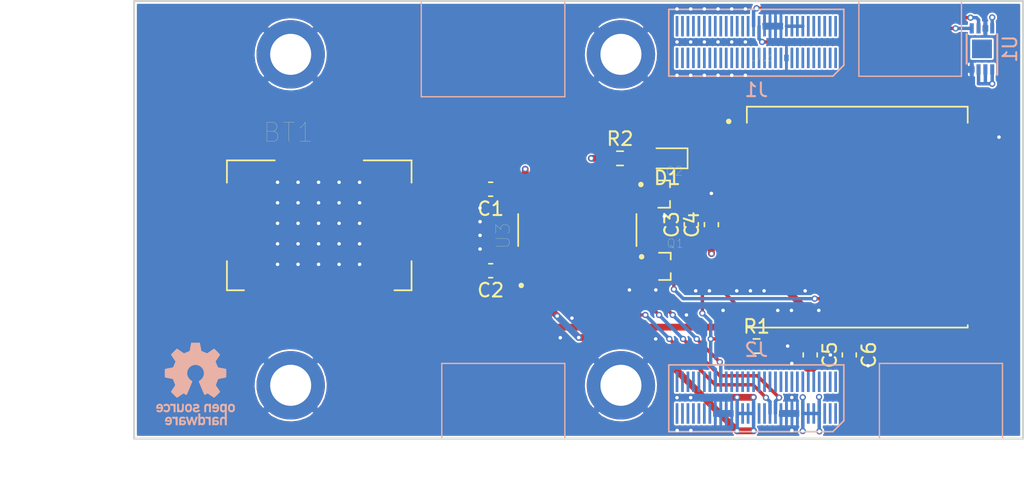
<source format=kicad_pcb>
(kicad_pcb (version 20171130) (host pcbnew 5.1.9-73d0e3b20d~88~ubuntu20.04.1)
  (title_block (title kimchi_ulid) (date 2019-12-15) (rev v0.1) (company GroupGets))
  (layers (0 F.Cu signal) (1 In1.Cu power hide) (2 In2.Cu power hide) (31 B.Cu signal) (34 B.Paste user) (35 F.Paste user) (36 B.SilkS user) (37 F.SilkS user) (38 B.Mask user) (39 F.Mask user) (44 Edge.Cuts user))
  (net 0 "")
  (net 1 GND)
  (net 2 VDD_5V)
  (net 3 VDD_1V8)
  (net 4 VDD_3V3)
  (net 5 I2C4_SCL)
  (net 6 I2C4_SDA)
  (net 7 /DISP_CK_P)
  (net 8 /DISP_D2_N)
  (net 9 /DISP_D2_P)
  (net 10 /DISP_D3_N)
  (net 11 /DISP_D3_P)
  (net 12 ECSPI2_MISO)
  (net 13 /CAM_D0_N)
  (net 14 ECSPI2_MOSI)
  (net 15 /CAM_D0_P)
  (net 16 ECSPI2_SS0)
  (net 17 /CAM_D1_N)
  (net 18 ECSPI2_SCLK)
  (net 19 /CAM_D1_P)
  (net 20 ECSPI1_MISO)
  (net 21 /CAM_CK_N)
  (net 22 ECSPI1_MOSI)
  (net 23 /CAM_CK_P)
  (net 24 ECSPI1_SS0)
  (net 25 /CAM_D2_N)
  (net 26 ECSPI1_SCLK)
  (net 27 /CAM_D2_P)
  (net 28 I2C1_SCL)
  (net 29 /CAM_D3_N)
  (net 30 I2C1_SDA)
  (net 31 /CAM_D3_P)
  (net 32 I2C2_SCL)
  (net 33 I2C2_SDA)
  (net 34 UIM_VPP)
  (net 35 I2C3_SCL)
  (net 36 UIM_RESET_N)
  (net 37 I2C3_SDA)
  (net 38 UIM_CLK)
  (net 39 UIM_DATA)
  (net 40 UIM_PWR)
  (net 41 USB2_VBUS)
  (net 42 USB2_ID)
  (net 43 USB2_DN)
  (net 44 USB2_DP)
  (net 45 /DISP_D0_N)
  (net 46 /DISP_D0_P)
  (net 47 /DISP_D1_N)
  (net 48 /DISP_D1_P)
  (net 49 /USDHC3_DATA2)
  (net 50 /DISP_CK_N)
  (net 51 /USDHC3_DATA1)
  (net 52 /USDHC3_DATA0)
  (net 53 /USDHC3_DATA3)
  (net 54 /USDHC3_CLK)
  (net 55 /USDHC3_CMD)
  (net 56 SAI3_TXFS)
  (net 57 SAI3_MCLK)
  (net 58 GPIO1[0])
  (net 59 GPIO1[1])
  (net 60 GPIO1[9])
  (net 61 GPIO1[10])
  (net 62 GPIO1[11])
  (net 63 GPIO1[12])
  (net 64 UART1_TX)
  (net 65 GPIO1[13])
  (net 66 UART1_RX)
  (net 67 GPIO1[14])
  (net 68 UART3_TX)
  (net 69 GPIO1[15])
  (net 70 UART3_RX)
  (net 71 SAI2_RXFS)
  (net 72 SAI2_MCLK)
  (net 73 SAI2_TXC)
  (net 74 SAI2_TXD0)
  (net 75 SAI2_RXC)
  (net 76 SAI2_TXFS)
  (net 77 SAI2_RXD0)
  (net 78 /ENET_TXC)
  (net 79 /ENET_TX_CTL)
  (net 80 "Net-(J2-Pad58)")
  (net 81 /ENET_TD2)
  (net 82 PCIE_USB_D_P)
  (net 83 /ENET_TD3)
  (net 84 PCIE_USB_D_N)
  (net 85 /ENET_TD0)
  (net 86 SAI3_TXC)
  (net 87 /ENET_TD1)
  (net 88 SAI3_TXD)
  (net 89 /ENET_RX_CTL)
  (net 90 SAI3_RXD)
  (net 91 /ENET_RXC)
  (net 92 SAI3_RXFS)
  (net 93 /ENET_RD0)
  (net 94 SAI3_RXC)
  (net 95 /ENET_RD2)
  (net 96 /ENET_RD1)
  (net 97 /ENET_RD3)
  (net 98 /ENET_MDC)
  (net 99 /ENET_MDIO)
  (net 100 "Net-(U2-Pad7)")
  (net 101 "Net-(U2-Pad8)")
  (net 102 "Net-(U2-Pad11)")
  (net 103 "Net-(U3-Pad10)")
  (net 104 "Net-(U3-Pad5)")
  (net 105 RESET)
  (net 106 RESET-GPIO)
  (net 107 1PPS)
  (net 108 /RXD1)
  (net 109 /TXD1)
  (net 110 V_BCKP)
  (net 111 "Net-(D1-Pad1)")
  (net 112 "Net-(D1-Pad2)")
  (module Resistor_SMD:R_0603_1608Metric (layer F.Cu) (at 142.5341 105.5022)
    (fp_text reference R2 (at 0 -1.43) (layer F.SilkS))
    (fp_text value R)
    (pad 2 smd roundrect (at 0.825 0) (size 0.8 0.95) (layers F.Cu F.Paste F.Mask) (net 112 "Net-(D1-Pad2)"))
    (pad 1 smd roundrect (at -0.825 0) (size 0.8 0.95) (layers F.Cu F.Paste F.Mask) (net 4 VDD_3V3))
  )
  (module Resistor_SMD:R_0603_1608Metric (layer F.Cu) (at 152.5163 119.2309)
    (fp_text reference R1 (at 0 -1.43) (layer F.SilkS))
    (fp_text value 10K)
    (pad 2 smd roundrect (at 0.825 0) (size 0.8 0.95) (layers F.Cu F.Paste F.Mask) (net 1 GND))
    (pad 1 smd roundrect (at -0.825 0) (size 0.8 0.95) (layers F.Cu F.Paste F.Mask) (net 67 GPIO1[14]))
  )
  (module LED_SMD:LED_0603_1608Metric (layer F.Cu) (at 145.9891 105.5022 180)
    (fp_text reference D1 (at 0 -1.43) (layer F.SilkS))
    (fp_text value LED)
    (pad 2 smd roundrect (at 0.7875 0 180) (size 0.875 0.95) (layers F.Cu F.Paste F.Mask) (net 112 "Net-(D1-Pad2)"))
    (pad 1 smd roundrect (at -0.7875 0 180) (size 0.875 0.95) (layers F.Cu F.Paste F.Mask) (net 111 "Net-(D1-Pad1)"))
  )
  (module Capacitor_SMD:C_0603_1608Metric (layer F.Cu) (at 159.2986 119.8783 270)
    (fp_text reference C6 (at 0 -1.43 90) (layer F.SilkS))
    (fp_text value 100n)
    (pad 2 smd roundrect (at 0.775 0 270) (size 0.9 0.95) (layers F.Cu F.Paste F.Mask) (net 1 GND))
    (pad 1 smd roundrect (at -0.775 0 270) (size 0.9 0.95) (layers F.Cu F.Paste F.Mask) (net 110 V_BCKP))
  )
  (module Capacitor_SMD:C_0603_1608Metric (layer F.Cu) (at 156.4411 119.8786 270)
    (fp_text reference C5 (at 0 -1.43 90) (layer F.SilkS))
    (fp_text value 4,7uF)
    (pad 2 smd roundrect (at 0.775 0 270) (size 0.9 0.95) (layers F.Cu F.Paste F.Mask) (net 1 GND))
    (pad 1 smd roundrect (at -0.775 0 270) (size 0.9 0.95) (layers F.Cu F.Paste F.Mask) (net 110 V_BCKP))
  )
  (module Capacitor_SMD:C_0603_1608Metric (layer F.Cu) (at 149.2148 110.3533 90)
    (fp_text reference C4 (at 0 -1.43 90) (layer F.SilkS))
    (fp_text value 100n)
    (pad 2 smd roundrect (at 0.775 0 90) (size 0.9 0.95) (layers F.Cu F.Paste F.Mask) (net 1 GND))
    (pad 1 smd roundrect (at -0.775 0 90) (size 0.9 0.95) (layers F.Cu F.Paste F.Mask) (net 4 VDD_3V3))
  )
  (module Capacitor_SMD:C_0603_1608Metric (layer F.Cu) (at 147.7416 110.3539 90)
    (fp_text reference C3 (at 0 -1.43 90) (layer F.SilkS))
    (fp_text value 10uF)
    (pad 2 smd roundrect (at 0.775 0 90) (size 0.9 0.95) (layers F.Cu F.Paste F.Mask) (net 1 GND))
    (pad 1 smd roundrect (at -0.775 0 90) (size 0.9 0.95) (layers F.Cu F.Paste F.Mask) (net 4 VDD_3V3))
  )
  (module Capacitor_SMD:C_0603_1608Metric (layer F.Cu) (at 133.0731 113.7191 180)
    (fp_text reference C2 (at 0 -1.43) (layer F.SilkS))
    (fp_text value 100n)
    (pad 2 smd roundrect (at 0.775 0 180) (size 0.9 0.95) (layers F.Cu F.Paste F.Mask) (net 1 GND))
    (pad 1 smd roundrect (at -0.775 0 180) (size 0.9 0.95) (layers F.Cu F.Paste F.Mask) (net 3 VDD_1V8))
  )
  (module Capacitor_SMD:C_0603_1608Metric (layer F.Cu) (at 133.0728 107.7628 180)
    (fp_text reference C1 (at 0 -1.43) (layer F.SilkS))
    (fp_text value 100n)
    (pad 2 smd roundrect (at 0.775 0 180) (size 0.9 0.95) (layers F.Cu F.Paste F.Mask) (net 1 GND))
    (pad 1 smd roundrect (at -0.775 0 180) (size 0.9 0.95) (layers F.Cu F.Paste F.Mask) (net 4 VDD_3V3))
  )
  (module gps:BAT_BAT-HLD-012-SMT (layer F.Cu) (at 120.5382 110.2012)
    (fp_text reference BT1 (at -2.255 -6.589) (layer F.SilkS) (effects (font (size 1.4 1.4) (thickness 0.015))))
    (fp_text value BAT-HLD-012-SMT)
    (pad P2 smd rect (at 7.65 -0.05) (size 2.5 5.1) (layers F.Cu F.Paste F.Mask) (net 110 V_BCKP))
    (pad P1 smd rect (at -7.65 -0.05) (size 2.5 5.1) (layers F.Cu F.Paste F.Mask) (net 110 V_BCKP))
    (pad N smd circle (at 0 0) (size 10.2 10.2) (layers F.Cu F.Mask) (net 1 GND))
  )
  (module gps:SOIC127P600X175-14N (layer F.Cu) (at 139.4104 110.7488 90)
    (fp_text reference U3 (at -0.425 -5.435 90) (layer F.SilkS) (effects (font (thickness 0.015))))
    (fp_text value TXS0104ED)
    (pad 14 smd rect (at 2.475 -3.81 90) (size 1.97 0.6) (layers F.Cu F.Paste F.Mask) (net 4 VDD_3V3))
    (pad 13 smd rect (at 2.475 -2.54 90) (size 1.97 0.6) (layers F.Cu F.Paste F.Mask) (net 108 /RXD1))
    (pad 12 smd rect (at 2.475 -1.27 90) (size 1.97 0.6) (layers F.Cu F.Paste F.Mask) (net 109 /TXD1))
    (pad 11 smd rect (at 2.475 0 90) (size 1.97 0.6) (layers F.Cu F.Paste F.Mask) (net 106 RESET-GPIO))
    (pad 10 smd rect (at 2.475 1.27 90) (size 1.97 0.6) (layers F.Cu F.Paste F.Mask) (net 103 "Net-(U3-Pad10)"))
    (pad 9 smd rect (at 2.475 2.54 90) (size 1.97 0.6) (layers F.Cu F.Paste F.Mask))
    (pad 8 smd rect (at 2.475 3.81 90) (size 1.97 0.6) (layers F.Cu F.Paste F.Mask) (net 67 GPIO1[14]))
    (pad 7 smd rect (at -2.475 3.81 90) (size 1.97 0.6) (layers F.Cu F.Paste F.Mask) (net 1 GND))
    (pad 6 smd rect (at -2.475 2.54 90) (size 1.97 0.6) (layers F.Cu F.Paste F.Mask))
    (pad 5 smd rect (at -2.475 1.27 90) (size 1.97 0.6) (layers F.Cu F.Paste F.Mask) (net 104 "Net-(U3-Pad5)"))
    (pad 4 smd rect (at -2.475 0 90) (size 1.97 0.6) (layers F.Cu F.Paste F.Mask) (net 69 GPIO1[15]))
    (pad 3 smd rect (at -2.475 -1.27 90) (size 1.97 0.6) (layers F.Cu F.Paste F.Mask) (net 70 UART3_RX))
    (pad 2 smd rect (at -2.475 -2.54 90) (size 1.97 0.6) (layers F.Cu F.Paste F.Mask) (net 68 UART3_TX))
    (pad 1 smd rect (at -2.475 -3.81 90) (size 1.97 0.6) (layers F.Cu F.Paste F.Mask) (net 3 VDD_1V8))
  )
  (module gps:SOTFL50P160X85-3N (layer F.Cu) (at 145.7604 108.1184)
    (fp_text reference Q2 (at 0.762 -1.6764) (layer F.SilkS) (effects (font (size 0.64 0.64) (thickness 0.015))))
    (fp_text value DTC143ZEBTL)
    (pad 3 smd rect (at 0.66 0) (size 0.81 0.35) (layers F.Cu F.Paste F.Mask) (net 111 "Net-(D1-Pad1)"))
    (pad 2 smd rect (at -0.66 0.5) (size 0.81 0.35) (layers F.Cu F.Paste F.Mask) (net 1 GND))
    (pad 1 smd rect (at -0.66 -0.5) (size 0.81 0.35) (layers F.Cu F.Paste F.Mask) (net 107 1PPS))
  )
  (module gps:SOTFL50P160X85-3N (layer F.Cu) (at 145.8112 113.4016)
    (fp_text reference Q1 (at 0.762 -1.6764) (layer F.SilkS) (effects (font (size 0.64 0.64) (thickness 0.015))))
    (fp_text value DTC143ZEBTL)
    (pad 3 smd rect (at 0.66 0) (size 0.81 0.35) (layers F.Cu F.Paste F.Mask) (net 105 RESET))
    (pad 2 smd rect (at -0.66 0.5) (size 0.81 0.35) (layers F.Cu F.Paste F.Mask) (net 1 GND))
    (pad 1 smd rect (at -0.66 -0.5) (size 0.81 0.35) (layers F.Cu F.Paste F.Mask) (net 106 RESET-GPIO))
  )
  (module gps:XCVR_L80RE-M37 (layer F.Cu) (at 159.8828 110.3028)
    (fp_text reference U2 (at -6.985 -12.385) (layer F.SilkS) (effects (font (thickness 0.015))))
    (fp_text value L80RE-M37)
    (pad 7 smd oval (at 7.75 6.35) (size 2.5 1) (layers F.Cu F.Mask) (net 100 "Net-(U2-Pad7)"))
    (pad 8 smd oval (at 7.75 3.81) (size 2.5 1) (layers F.Cu F.Mask) (net 101 "Net-(U2-Pad8)"))
    (pad 9 smd oval (at 7.75 1.27) (size 2.5 1) (layers F.Cu F.Mask))
    (pad 12 smd oval (at 7.75 -6.35) (size 2.5 1) (layers F.Cu F.Mask) (net 1 GND))
    (pad 11 smd oval (at 7.75 -3.81) (size 2.5 1) (layers F.Cu F.Mask) (net 102 "Net-(U2-Pad11)"))
    (pad 6 smd oval (at -7.75 6.35) (size 2.5 1) (layers F.Cu F.Mask) (net 107 1PPS))
    (pad 5 smd oval (at -7.75 3.81) (size 2.5 1) (layers F.Cu F.Mask) (net 110 V_BCKP))
    (pad 1 smd oval (at -7.75 -6.35) (size 2.5 1) (layers F.Cu F.Mask) (net 108 /RXD1))
    (pad 2 smd oval (at -7.75 -3.81) (size 2.5 1) (layers F.Cu F.Mask) (net 109 /TXD1))
    (pad 4 smd oval (at -7.75 1.27) (size 2.5 1) (layers F.Cu F.Mask) (net 4 VDD_3V3))
    (pad 10 smd oval (at 7.75 -1.27) (size 2.5 1) (layers F.Cu F.Mask) (net 105 RESET))
    (pad 3 smd oval (at -7.75 -1.27) (size 2.5 1) (layers F.Cu F.Mask) (net 1 GND))
  )
  (module kimchi_ulid:MountingHole_3mm_Pad (layer F.Cu) (at 142.6 122.1)
    (fp_text reference H4 hide)
    (fp_text value MountingHole_Pad hide)
    (pad 1 thru_hole circle (at 0 0) (size 5 5) (drill 3) (layers *.Cu *.Mask) (net 1 GND))
  )
  (module kimchi_ulid:MountingHole_3mm_Pad (layer F.Cu) (at 142.6 97.9)
    (fp_text reference H3 hide)
    (fp_text value MountingHole_Pad hide)
    (pad 1 thru_hole circle (at 0 0) (size 5 5) (drill 3) (layers *.Cu *.Mask) (net 1 GND))
  )
  (module kimchi_ulid:MountingHole_3mm_Pad (layer F.Cu) (at 118.45 122.1)
    (fp_text reference H2 hide)
    (fp_text value MountingHole_Pad hide)
    (pad 1 thru_hole circle (at 0 0) (size 5 5) (drill 3) (layers *.Cu *.Mask) (net 1 GND))
  )
  (module kimchi_ulid:MountingHole_3mm_Pad (layer F.Cu) (at 118.45 97.9)
    (fp_text reference H1 hide)
    (fp_text value MountingHole_Pad hide)
    (pad 1 thru_hole circle (at 0 0) (size 5 5) (drill 3) (layers *.Cu *.Mask) (net 1 GND))
  )
  (module "kimchi_ulid:DF40HC(3.5)-60DS" (layer B.Cu) (at 152.5 123 180)
    (fp_text reference J2 (at 0 3.5 180) (layer B.SilkS) (effects (justify mirror)))
    (fp_text value "DF40HC(3.5)-60DS" hide)
    (pad 36 smd rect (at 3.8 -1.16 180) (size 0.2 1.5) (layers B.Cu B.Paste B.Mask) (net 56 SAI3_TXFS))
    (pad 37 smd rect (at 3.4 -1.16 180) (size 0.2 1.5) (layers B.Cu B.Paste B.Mask) (net 57 SAI3_MCLK))
    (pad 38 smd rect (at 3 -1.16 180) (size 0.2 1.5) (layers B.Cu B.Paste B.Mask) (net 1 GND))
    (pad 39 smd rect (at 2.6 -1.16 180) (size 0.2 1.5) (layers B.Cu B.Paste B.Mask) (net 1 GND))
    (pad 40 smd rect (at 2.2 -1.16 180) (size 0.2 1.5) (layers B.Cu B.Paste B.Mask) (net 1 GND))
    (pad 30 smd rect (at 5.8 1.16 180) (size 0.2 1.5) (layers B.Cu B.Paste B.Mask) (net 58 GPIO1[0]))
    (pad 41 smd rect (at 1.8 -1.16 180) (size 0.2 1.5) (layers B.Cu B.Paste B.Mask) (net 1 GND))
    (pad 29 smd rect (at 5.4 1.16 180) (size 0.2 1.5) (layers B.Cu B.Paste B.Mask) (net 59 GPIO1[1]))
    (pad 42 smd rect (at 1.4 -1.16 180) (size 0.2 1.5) (layers B.Cu B.Paste B.Mask) (net 3 VDD_1V8))
    (pad 28 smd rect (at 5 1.16 180) (size 0.2 1.5) (layers B.Cu B.Paste B.Mask) (net 60 GPIO1[9]))
    (pad 43 smd rect (at 1 -1.16 180) (size 0.2 1.5) (layers B.Cu B.Paste B.Mask) (net 3 VDD_1V8))
    (pad 27 smd rect (at 4.6 1.16 180) (size 0.2 1.5) (layers B.Cu B.Paste B.Mask) (net 61 GPIO1[10]))
    (pad 44 smd rect (at 0.6 -1.16 180) (size 0.2 1.5) (layers B.Cu B.Paste B.Mask) (net 3 VDD_1V8))
    (pad 26 smd rect (at 4.2 1.16 180) (size 0.2 1.5) (layers B.Cu B.Paste B.Mask) (net 62 GPIO1[11]))
    (pad 45 smd rect (at 0.2 -1.16 180) (size 0.2 1.5) (layers B.Cu B.Paste B.Mask) (net 3 VDD_1V8))
    (pad 25 smd rect (at 3.8 1.16 180) (size 0.2 1.5) (layers B.Cu B.Paste B.Mask) (net 63 GPIO1[12]))
    (pad 46 smd rect (at -0.2 -1.16 180) (size 0.2 1.5) (layers B.Cu B.Paste B.Mask) (net 64 UART1_TX))
    (pad 24 smd rect (at 3.4 1.16 180) (size 0.2 1.5) (layers B.Cu B.Paste B.Mask) (net 65 GPIO1[13]))
    (pad 47 smd rect (at -0.6 -1.16 180) (size 0.2 1.5) (layers B.Cu B.Paste B.Mask) (net 66 UART1_RX))
    (pad 23 smd rect (at 3 1.16 180) (size 0.2 1.5) (layers B.Cu B.Paste B.Mask) (net 67 GPIO1[14]))
    (pad 48 smd rect (at -1 -1.16 180) (size 0.2 1.5) (layers B.Cu B.Paste B.Mask) (net 68 UART3_TX))
    (pad 22 smd rect (at 2.6 1.16 180) (size 0.2 1.5) (layers B.Cu B.Paste B.Mask) (net 69 GPIO1[15]))
    (pad 49 smd rect (at -1.4 -1.16 180) (size 0.2 1.5) (layers B.Cu B.Paste B.Mask) (net 70 UART3_RX))
    (pad 21 smd rect (at 2.2 1.16 180) (size 0.2 1.5) (layers B.Cu B.Paste B.Mask) (net 71 SAI2_RXFS))
    (pad 50 smd rect (at -1.8 -1.16 180) (size 0.2 1.5) (layers B.Cu B.Paste B.Mask) (net 1 GND))
    (pad 20 smd rect (at 1.8 1.16 180) (size 0.2 1.5) (layers B.Cu B.Paste B.Mask) (net 72 SAI2_MCLK))
    (pad 51 smd rect (at -2.2 -1.16 180) (size 0.2 1.5) (layers B.Cu B.Paste B.Mask) (net 1 GND))
    (pad 19 smd rect (at 1.4 1.16 180) (size 0.2 1.5) (layers B.Cu B.Paste B.Mask) (net 73 SAI2_TXC))
    (pad 52 smd rect (at -2.6 -1.16 180) (size 0.2 1.5) (layers B.Cu B.Paste B.Mask) (net 1 GND))
    (pad 18 smd rect (at 1 1.16 180) (size 0.2 1.5) (layers B.Cu B.Paste B.Mask) (net 74 SAI2_TXD0))
    (pad 53 smd rect (at -3 -1.16 180) (size 0.2 1.5) (layers B.Cu B.Paste B.Mask) (net 1 GND))
    (pad 17 smd rect (at 0.6 1.16 180) (size 0.2 1.5) (layers B.Cu B.Paste B.Mask) (net 75 SAI2_RXC))
    (pad 54 smd rect (at -3.4 -1.16 180) (size 0.2 1.5) (layers B.Cu B.Paste B.Mask) (net 4 VDD_3V3))
    (pad 16 smd rect (at 0.2 1.16 180) (size 0.2 1.5) (layers B.Cu B.Paste B.Mask) (net 76 SAI2_TXFS))
    (pad 55 smd rect (at -3.8 -1.16 180) (size 0.2 1.5) (layers B.Cu B.Paste B.Mask) (net 4 VDD_3V3))
    (pad 15 smd rect (at -0.2 1.16 180) (size 0.2 1.5) (layers B.Cu B.Paste B.Mask) (net 77 SAI2_RXD0))
    (pad 56 smd rect (at -4.2 -1.16 180) (size 0.2 1.5) (layers B.Cu B.Paste B.Mask) (net 4 VDD_3V3))
    (pad 14 smd rect (at -0.6 1.16 180) (size 0.2 1.5) (layers B.Cu B.Paste B.Mask) (net 78 /ENET_TXC))
    (pad 57 smd rect (at -4.6 -1.16 180) (size 0.2 1.5) (layers B.Cu B.Paste B.Mask) (net 4 VDD_3V3))
    (pad 13 smd rect (at -1 1.16 180) (size 0.2 1.5) (layers B.Cu B.Paste B.Mask) (net 79 /ENET_TX_CTL))
    (pad 58 smd rect (at -5 -1.16 180) (size 0.2 1.5) (layers B.Cu B.Paste B.Mask) (net 80 "Net-(J2-Pad58)"))
    (pad 12 smd rect (at -1.4 1.16 180) (size 0.2 1.5) (layers B.Cu B.Paste B.Mask) (net 81 /ENET_TD2))
    (pad 59 smd rect (at -5.4 -1.16 180) (size 0.2 1.5) (layers B.Cu B.Paste B.Mask) (net 82 PCIE_USB_D_P))
    (pad 11 smd rect (at -1.8 1.16 180) (size 0.2 1.5) (layers B.Cu B.Paste B.Mask) (net 83 /ENET_TD3))
    (pad 60 smd rect (at -5.8 -1.16 180) (size 0.2 1.5) (layers B.Cu B.Paste B.Mask) (net 84 PCIE_USB_D_N))
    (pad 10 smd rect (at -2.2 1.16 180) (size 0.2 1.5) (layers B.Cu B.Paste B.Mask) (net 85 /ENET_TD0))
    (pad 31 smd rect (at 5.8 -1.16 180) (size 0.2 1.5) (layers B.Cu B.Paste B.Mask) (net 86 SAI3_TXC))
    (pad 9 smd rect (at -2.6 1.16 180) (size 0.2 1.5) (layers B.Cu B.Paste B.Mask) (net 87 /ENET_TD1))
    (pad 32 smd rect (at 5.4 -1.16 180) (size 0.2 1.5) (layers B.Cu B.Paste B.Mask) (net 88 SAI3_TXD))
    (pad 8 smd rect (at -3 1.16 180) (size 0.2 1.5) (layers B.Cu B.Paste B.Mask) (net 89 /ENET_RX_CTL))
    (pad 33 smd rect (at 5 -1.16 180) (size 0.2 1.5) (layers B.Cu B.Paste B.Mask) (net 90 SAI3_RXD))
    (pad 7 smd rect (at -3.4 1.16 180) (size 0.2 1.5) (layers B.Cu B.Paste B.Mask) (net 91 /ENET_RXC))
    (pad 34 smd rect (at 4.6 -1.16 180) (size 0.2 1.5) (layers B.Cu B.Paste B.Mask) (net 92 SAI3_RXFS))
    (pad 6 smd rect (at -3.8 1.16 180) (size 0.2 1.5) (layers B.Cu B.Paste B.Mask) (net 93 /ENET_RD0))
    (pad 35 smd rect (at 4.2 -1.16 180) (size 0.2 1.5) (layers B.Cu B.Paste B.Mask) (net 94 SAI3_RXC))
    (pad 5 smd rect (at -4.2 1.16 180) (size 0.2 1.5) (layers B.Cu B.Paste B.Mask) (net 95 /ENET_RD2))
    (pad 4 smd rect (at -4.6 1.16 180) (size 0.2 1.5) (layers B.Cu B.Paste B.Mask) (net 96 /ENET_RD1))
    (pad 3 smd rect (at -5 1.16 180) (size 0.2 1.5) (layers B.Cu B.Paste B.Mask) (net 97 /ENET_RD3))
    (pad 2 smd rect (at -5.4 1.16 180) (size 0.2 1.5) (layers B.Cu B.Paste B.Mask) (net 98 /ENET_MDC))
    (pad 1 smd rect (at -5.8 1.16 180) (size 0.2 1.5) (layers B.Cu B.Paste B.Mask) (net 99 /ENET_MDIO))
  )
  (module "kimchi_ulid:DF40HC(3.5)-60DS" (layer B.Cu) (at 152.5 97 180)
    (fp_text reference J1 (at 0 -3.5) (layer B.SilkS) (effects (justify mirror)))
    (fp_text value "DF40HC(3.5)-60DS" hide)
    (pad 36 smd rect (at 3.8 -1.16 180) (size 0.2 1.5) (layers B.Cu B.Paste B.Mask) (net 7 /DISP_CK_P))
    (pad 37 smd rect (at 3.4 -1.16 180) (size 0.2 1.5) (layers B.Cu B.Paste B.Mask) (net 8 /DISP_D2_N))
    (pad 38 smd rect (at 3 -1.16 180) (size 0.2 1.5) (layers B.Cu B.Paste B.Mask) (net 9 /DISP_D2_P))
    (pad 39 smd rect (at 2.6 -1.16 180) (size 0.2 1.5) (layers B.Cu B.Paste B.Mask) (net 10 /DISP_D3_N))
    (pad 40 smd rect (at 2.2 -1.16 180) (size 0.2 1.5) (layers B.Cu B.Paste B.Mask) (net 11 /DISP_D3_P))
    (pad 30 smd rect (at 5.8 1.16 180) (size 0.2 1.5) (layers B.Cu B.Paste B.Mask) (net 12 ECSPI2_MISO))
    (pad 41 smd rect (at 1.8 -1.16 180) (size 0.2 1.5) (layers B.Cu B.Paste B.Mask) (net 13 /CAM_D0_N))
    (pad 29 smd rect (at 5.4 1.16 180) (size 0.2 1.5) (layers B.Cu B.Paste B.Mask) (net 14 ECSPI2_MOSI))
    (pad 42 smd rect (at 1.4 -1.16 180) (size 0.2 1.5) (layers B.Cu B.Paste B.Mask) (net 15 /CAM_D0_P))
    (pad 28 smd rect (at 5 1.16 180) (size 0.2 1.5) (layers B.Cu B.Paste B.Mask) (net 16 ECSPI2_SS0))
    (pad 43 smd rect (at 1 -1.16 180) (size 0.2 1.5) (layers B.Cu B.Paste B.Mask) (net 17 /CAM_D1_N))
    (pad 27 smd rect (at 4.6 1.16 180) (size 0.2 1.5) (layers B.Cu B.Paste B.Mask) (net 18 ECSPI2_SCLK))
    (pad 44 smd rect (at 0.6 -1.16 180) (size 0.2 1.5) (layers B.Cu B.Paste B.Mask) (net 19 /CAM_D1_P))
    (pad 26 smd rect (at 4.2 1.16 180) (size 0.2 1.5) (layers B.Cu B.Paste B.Mask) (net 20 ECSPI1_MISO))
    (pad 45 smd rect (at 0.2 -1.16 180) (size 0.2 1.5) (layers B.Cu B.Paste B.Mask) (net 21 /CAM_CK_N))
    (pad 25 smd rect (at 3.8 1.16 180) (size 0.2 1.5) (layers B.Cu B.Paste B.Mask) (net 22 ECSPI1_MOSI))
    (pad 46 smd rect (at -0.2 -1.16 180) (size 0.2 1.5) (layers B.Cu B.Paste B.Mask) (net 23 /CAM_CK_P))
    (pad 24 smd rect (at 3.4 1.16 180) (size 0.2 1.5) (layers B.Cu B.Paste B.Mask) (net 24 ECSPI1_SS0))
    (pad 47 smd rect (at -0.6 -1.16 180) (size 0.2 1.5) (layers B.Cu B.Paste B.Mask) (net 25 /CAM_D2_N))
    (pad 23 smd rect (at 3 1.16 180) (size 0.2 1.5) (layers B.Cu B.Paste B.Mask) (net 26 ECSPI1_SCLK))
    (pad 48 smd rect (at -1 -1.16 180) (size 0.2 1.5) (layers B.Cu B.Paste B.Mask) (net 27 /CAM_D2_P))
    (pad 22 smd rect (at 2.6 1.16 180) (size 0.2 1.5) (layers B.Cu B.Paste B.Mask) (net 28 I2C1_SCL))
    (pad 49 smd rect (at -1.4 -1.16 180) (size 0.2 1.5) (layers B.Cu B.Paste B.Mask) (net 29 /CAM_D3_N))
    (pad 21 smd rect (at 2.2 1.16 180) (size 0.2 1.5) (layers B.Cu B.Paste B.Mask) (net 30 I2C1_SDA))
    (pad 50 smd rect (at -1.8 -1.16 180) (size 0.2 1.5) (layers B.Cu B.Paste B.Mask) (net 31 /CAM_D3_P))
    (pad 20 smd rect (at 1.8 1.16 180) (size 0.2 1.5) (layers B.Cu B.Paste B.Mask) (net 32 I2C2_SCL))
    (pad 51 smd rect (at -2.2 -1.16 180) (size 0.2 1.5) (layers B.Cu B.Paste B.Mask) (net 1 GND))
    (pad 19 smd rect (at 1.4 1.16 180) (size 0.2 1.5) (layers B.Cu B.Paste B.Mask) (net 33 I2C2_SDA))
    (pad 52 smd rect (at -2.6 -1.16 180) (size 0.2 1.5) (layers B.Cu B.Paste B.Mask) (net 34 UIM_VPP))
    (pad 18 smd rect (at 1 1.16 180) (size 0.2 1.5) (layers B.Cu B.Paste B.Mask) (net 35 I2C3_SCL))
    (pad 53 smd rect (at -3 -1.16 180) (size 0.2 1.5) (layers B.Cu B.Paste B.Mask) (net 36 UIM_RESET_N))
    (pad 17 smd rect (at 0.6 1.16 180) (size 0.2 1.5) (layers B.Cu B.Paste B.Mask) (net 37 I2C3_SDA))
    (pad 54 smd rect (at -3.4 -1.16 180) (size 0.2 1.5) (layers B.Cu B.Paste B.Mask) (net 38 UIM_CLK))
    (pad 16 smd rect (at 0.2 1.16 180) (size 0.2 1.5) (layers B.Cu B.Paste B.Mask) (net 5 I2C4_SCL))
    (pad 55 smd rect (at -3.8 -1.16 180) (size 0.2 1.5) (layers B.Cu B.Paste B.Mask) (net 39 UIM_DATA))
    (pad 15 smd rect (at -0.2 1.16 180) (size 0.2 1.5) (layers B.Cu B.Paste B.Mask) (net 6 I2C4_SDA))
    (pad 56 smd rect (at -4.2 -1.16 180) (size 0.2 1.5) (layers B.Cu B.Paste B.Mask) (net 40 UIM_PWR))
    (pad 14 smd rect (at -0.6 1.16 180) (size 0.2 1.5) (layers B.Cu B.Paste B.Mask) (net 1 GND))
    (pad 57 smd rect (at -4.6 -1.16 180) (size 0.2 1.5) (layers B.Cu B.Paste B.Mask) (net 41 USB2_VBUS))
    (pad 13 smd rect (at -1 1.16 180) (size 0.2 1.5) (layers B.Cu B.Paste B.Mask) (net 1 GND))
    (pad 58 smd rect (at -5 -1.16 180) (size 0.2 1.5) (layers B.Cu B.Paste B.Mask) (net 42 USB2_ID))
    (pad 12 smd rect (at -1.4 1.16 180) (size 0.2 1.5) (layers B.Cu B.Paste B.Mask) (net 1 GND))
    (pad 59 smd rect (at -5.4 -1.16 180) (size 0.2 1.5) (layers B.Cu B.Paste B.Mask) (net 43 USB2_DN))
    (pad 11 smd rect (at -1.8 1.16 180) (size 0.2 1.5) (layers B.Cu B.Paste B.Mask) (net 1 GND))
    (pad 60 smd rect (at -5.8 -1.16 180) (size 0.2 1.5) (layers B.Cu B.Paste B.Mask) (net 44 USB2_DP))
    (pad 10 smd rect (at -2.2 1.16 180) (size 0.2 1.5) (layers B.Cu B.Paste B.Mask) (net 2 VDD_5V))
    (pad 31 smd rect (at 5.8 -1.16 180) (size 0.2 1.5) (layers B.Cu B.Paste B.Mask) (net 45 /DISP_D0_N))
    (pad 9 smd rect (at -2.6 1.16 180) (size 0.2 1.5) (layers B.Cu B.Paste B.Mask) (net 2 VDD_5V))
    (pad 32 smd rect (at 5.4 -1.16 180) (size 0.2 1.5) (layers B.Cu B.Paste B.Mask) (net 46 /DISP_D0_P))
    (pad 8 smd rect (at -3 1.16 180) (size 0.2 1.5) (layers B.Cu B.Paste B.Mask) (net 2 VDD_5V))
    (pad 33 smd rect (at 5 -1.16 180) (size 0.2 1.5) (layers B.Cu B.Paste B.Mask) (net 47 /DISP_D1_N))
    (pad 7 smd rect (at -3.4 1.16 180) (size 0.2 1.5) (layers B.Cu B.Paste B.Mask) (net 2 VDD_5V))
    (pad 34 smd rect (at 4.6 -1.16 180) (size 0.2 1.5) (layers B.Cu B.Paste B.Mask) (net 48 /DISP_D1_P))
    (pad 6 smd rect (at -3.8 1.16 180) (size 0.2 1.5) (layers B.Cu B.Paste B.Mask) (net 49 /USDHC3_DATA2))
    (pad 35 smd rect (at 4.2 -1.16 180) (size 0.2 1.5) (layers B.Cu B.Paste B.Mask) (net 50 /DISP_CK_N))
    (pad 5 smd rect (at -4.2 1.16 180) (size 0.2 1.5) (layers B.Cu B.Paste B.Mask) (net 51 /USDHC3_DATA1))
    (pad 4 smd rect (at -4.6 1.16 180) (size 0.2 1.5) (layers B.Cu B.Paste B.Mask) (net 52 /USDHC3_DATA0))
    (pad 3 smd rect (at -5 1.16 180) (size 0.2 1.5) (layers B.Cu B.Paste B.Mask) (net 53 /USDHC3_DATA3))
    (pad 2 smd rect (at -5.4 1.16 180) (size 0.2 1.5) (layers B.Cu B.Paste B.Mask) (net 54 /USDHC3_CLK))
    (pad 1 smd rect (at -5.8 1.16 180) (size 0.2 1.5) (layers B.Cu B.Paste B.Mask) (net 55 /USDHC3_CMD))
  )
  (module Package_DFN_QFN:DFN-8-1EP_3x2mm_P0.5mm_EP1.36x1.46mm (layer B.Cu) (at 169 97.5 90)
    (fp_text reference U1 (at 0 2.05 270) (layer B.SilkS) (effects (justify mirror)))
    (fp_text value 24C32 hide)
    (pad 9 smd rect (at 0 0 90) (size 1.36 1.46) (layers B.Cu B.Mask))
    (pad 8 smd rect (at 1.5 0.75 90) (size 0.75 0.3) (layers B.Cu B.Paste B.Mask) (net 4 VDD_3V3))
    (pad 7 smd rect (at 1.5 0.25 90) (size 0.75 0.3) (layers B.Cu B.Paste B.Mask) (net 1 GND))
    (pad 6 smd rect (at 1.5 -0.25 90) (size 0.75 0.3) (layers B.Cu B.Paste B.Mask) (net 5 I2C4_SCL))
    (pad 5 smd rect (at 1.5 -0.75 90) (size 0.75 0.3) (layers B.Cu B.Paste B.Mask) (net 6 I2C4_SDA))
    (pad 4 smd rect (at -1.5 -0.75 90) (size 0.75 0.3) (layers B.Cu B.Paste B.Mask) (net 1 GND))
    (pad 3 smd rect (at -1.5 -0.25 90) (size 0.75 0.3) (layers B.Cu B.Paste B.Mask) (net 4 VDD_3V3))
    (pad 2 smd rect (at -1.5 0.25 90) (size 0.75 0.3) (layers B.Cu B.Paste B.Mask) (net 4 VDD_3V3))
    (pad 1 smd rect (at -1.5 0.75 90) (size 0.75 0.3) (layers B.Cu B.Paste B.Mask) (net 4 VDD_3V3))
  )
  (module Symbol:OSHW-Logo_5.7x6mm_SilkScreen (layer B.Cu) (at 111.5 122 180)
    (fp_text reference LOGO1 hide)
    (fp_text value Logo_Open_Hardware_Small hide)
  )
  (gr_line (start 170.5 120.5) (end 161.5 120.5) (layer B.SilkS) (width 0.1))
  (gr_line (start 170.5 126) (end 170.5 120.5) (layer B.SilkS) (width 0.1))
  (gr_line (start 161.5 126) (end 170.5 126) (layer B.SilkS) (width 0.1))
  (gr_line (start 161.5 120.5) (end 161.5 126) (layer B.SilkS) (width 0.1))
  (gr_line (start 138.5 120.5) (end 129.5 120.5) (layer B.SilkS) (width 0.1))
  (gr_line (start 138.5 126) (end 138.5 120.5) (layer B.SilkS) (width 0.1))
  (gr_line (start 129.5 126) (end 138.5 126) (layer B.SilkS) (width 0.1))
  (gr_line (start 129.5 120.5) (end 129.5 126) (layer B.SilkS) (width 0.1))
  (gr_line (start 138.5 94) (end 128 94) (layer B.SilkS) (width 0.1))
  (gr_line (start 138.5 101) (end 138.5 94) (layer B.SilkS) (width 0.1))
  (gr_line (start 128 101) (end 138.5 101) (layer B.SilkS) (width 0.1))
  (gr_line (start 128 94) (end 128 101) (layer B.SilkS) (width 0.1))
  (gr_line (start 167.5 94) (end 160 94) (layer B.SilkS) (width 0.1))
  (gr_line (start 167.5 99.5) (end 167.5 94) (layer B.SilkS) (width 0.1))
  (gr_line (start 160 99.5) (end 167.5 99.5) (layer B.SilkS) (width 0.1))
  (gr_line (start 160 94) (end 160 99.5) (layer B.SilkS) (width 0.1))
  (gr_line (start 107 126) (end 107 94) (layer Edge.Cuts) (width 0.15))
  (gr_line (start 172 126) (end 107 126) (layer Edge.Cuts) (width 0.15))
  (gr_line (start 172 94) (end 172 126) (layer Edge.Cuts) (width 0.15))
  (gr_line (start 107 94) (end 172 94) (layer Edge.Cuts) (width 0.15))
  (via (at 117.4902 107.2548) (size 0.4572) (drill 0.254) (layers F.Cu B.Cu) (net 1))
  (via (at 146.7002 96.9932) (size 0.4572) (drill 0.254) (layers F.Cu B.Cu) (net 1))
  (via (at 146.7002 94.5802) (size 0.4572) (drill 0.254) (layers F.Cu B.Cu) (net 1))
  (via (at 146.7002 99.4316) (size 0.4572) (drill 0.254) (layers F.Cu B.Cu) (net 1))
  (via (at 147.7002 94.5802) (size 0.4572) (drill 0.254) (layers F.Cu B.Cu) (net 1))
  (via (at 148.7002 94.5802) (size 0.4572) (drill 0.254) (layers F.Cu B.Cu) (net 1))
  (via (at 149.7002 94.5802) (size 0.4572) (drill 0.254) (layers F.Cu B.Cu) (net 1))
  (via (at 150.7002 94.5802) (size 0.4572) (drill 0.254) (layers F.Cu B.Cu) (net 1))
  (via (at 151.7002 94.5802) (size 0.4572) (drill 0.254) (layers F.Cu B.Cu) (net 1))
  (via (at 147.7002 96.9932) (size 0.4572) (drill 0.254) (layers F.Cu B.Cu) (net 1))
  (via (at 148.7002 96.9932) (size 0.4572) (drill 0.254) (layers F.Cu B.Cu) (net 1))
  (via (at 149.7002 96.9932) (size 0.4572) (drill 0.254) (layers F.Cu B.Cu) (net 1))
  (via (at 150.7002 96.9932) (size 0.4572) (drill 0.254) (layers F.Cu B.Cu) (net 1))
  (via (at 151.7002 96.9932) (size 0.4572) (drill 0.254) (layers F.Cu B.Cu) (net 1))
  (via (at 147.7002 99.4316) (size 0.4572) (drill 0.254) (layers F.Cu B.Cu) (net 1))
  (via (at 148.7002 99.4316) (size 0.4572) (drill 0.254) (layers F.Cu B.Cu) (net 1))
  (via (at 149.7002 99.4316) (size 0.4572) (drill 0.254) (layers F.Cu B.Cu) (net 1))
  (via (at 150.7002 99.4316) (size 0.4572) (drill 0.254) (layers F.Cu B.Cu) (net 1))
  (via (at 151.7002 99.4316) (size 0.4572) (drill 0.254) (layers F.Cu B.Cu) (net 1))
  (via (at 170.246 103.9528) (size 0.4572) (drill 0.254) (layers F.Cu B.Cu) (net 1))
  (segment (start 167.6328 103.9528) (end 170.246 103.9528) (width 0.5) (layer F.Cu) (net 1))
  (via (at 143.2204 115.1288) (size 0.4572) (drill 0.254) (layers F.Cu B.Cu) (net 1))
  (segment (start 143.2204 113.2238) (end 143.2204 115.1288) (width 0.5) (layer F.Cu) (net 1))
  (via (at 118.9902 107.2548) (size 0.4572) (drill 0.254) (layers F.Cu B.Cu) (net 1))
  (via (at 120.4902 107.2548) (size 0.4572) (drill 0.254) (layers F.Cu B.Cu) (net 1))
  (via (at 121.9902 107.2548) (size 0.4572) (drill 0.254) (layers F.Cu B.Cu) (net 1))
  (via (at 123.4902 107.2548) (size 0.4572) (drill 0.254) (layers F.Cu B.Cu) (net 1))
  (via (at 117.4902 108.7548) (size 0.4572) (drill 0.254) (layers F.Cu B.Cu) (net 1))
  (via (at 118.9902 108.7548) (size 0.4572) (drill 0.254) (layers F.Cu B.Cu) (net 1))
  (via (at 120.4902 108.7548) (size 0.4572) (drill 0.254) (layers F.Cu B.Cu) (net 1))
  (via (at 121.9902 108.7548) (size 0.4572) (drill 0.254) (layers F.Cu B.Cu) (net 1))
  (via (at 123.4902 108.7548) (size 0.4572) (drill 0.254) (layers F.Cu B.Cu) (net 1))
  (via (at 117.4902 110.2548) (size 0.4572) (drill 0.254) (layers F.Cu B.Cu) (net 1))
  (via (at 118.9902 110.2548) (size 0.4572) (drill 0.254) (layers F.Cu B.Cu) (net 1))
  (via (at 120.4902 110.2548) (size 0.4572) (drill 0.254) (layers F.Cu B.Cu) (net 1))
  (via (at 121.9902 110.2548) (size 0.4572) (drill 0.254) (layers F.Cu B.Cu) (net 1))
  (via (at 123.4902 110.2548) (size 0.4572) (drill 0.254) (layers F.Cu B.Cu) (net 1))
  (via (at 117.4902 111.7548) (size 0.4572) (drill 0.254) (layers F.Cu B.Cu) (net 1))
  (via (at 118.9902 111.7548) (size 0.4572) (drill 0.254) (layers F.Cu B.Cu) (net 1))
  (via (at 120.4902 111.7548) (size 0.4572) (drill 0.254) (layers F.Cu B.Cu) (net 1))
  (via (at 121.9902 111.7548) (size 0.4572) (drill 0.254) (layers F.Cu B.Cu) (net 1))
  (via (at 123.4902 111.7548) (size 0.4572) (drill 0.254) (layers F.Cu B.Cu) (net 1))
  (via (at 117.4902 113.2548) (size 0.4572) (drill 0.254) (layers F.Cu B.Cu) (net 1))
  (via (at 118.9902 113.2548) (size 0.4572) (drill 0.254) (layers F.Cu B.Cu) (net 1))
  (via (at 120.4902 113.2548) (size 0.4572) (drill 0.254) (layers F.Cu B.Cu) (net 1))
  (via (at 121.9902 113.2548) (size 0.4572) (drill 0.254) (layers F.Cu B.Cu) (net 1))
  (via (at 123.4902 113.2548) (size 0.4572) (drill 0.254) (layers F.Cu B.Cu) (net 1))
  (via (at 145.1508 115.1288) (size 0.4572) (drill 0.254) (layers F.Cu B.Cu) (net 1))
  (segment (start 145.1512 115.1284) (end 145.1508 115.1288) (width 0.5) (layer F.Cu) (net 1))
  (segment (start 145.1512 113.9016) (end 145.1512 115.1284) (width 0.5) (layer F.Cu) (net 1))
  (segment (start 132.2978 113.7188) (end 132.2981 113.7191) (width 0.5) (layer F.Cu) (net 1))
  (segment (start 132.2978 107.7628) (end 132.2978 109.135) (width 0.5) (layer F.Cu) (net 1))
  (segment (start 132.2978 109.135) (end 132.2978 113.7188) (width 0.5) (layer F.Cu) (net 1))
  (via (at 132.2978 109.135) (size 0.4572) (drill 0.254) (layers F.Cu B.Cu) (net 1))
  (via (at 132.2978 110.135) (size 0.4572) (drill 0.254) (layers F.Cu B.Cu) (net 1))
  (via (at 132.2978 111.135) (size 0.4572) (drill 0.254) (layers F.Cu B.Cu) (net 1))
  (via (at 132.2978 112.135) (size 0.4572) (drill 0.254) (layers F.Cu B.Cu) (net 1))
  (via (at 154.7901 119.2309) (size 0.4572) (drill 0.254) (layers F.Cu B.Cu) (net 1))
  (segment (start 153.3413 119.2309) (end 154.7901 119.2309) (width 0.5) (layer F.Cu) (net 1))
  (segment (start 159.2983 120.6536) (end 159.2986 120.6533) (width 0.5) (layer F.Cu) (net 1))
  (segment (start 156.4411 120.6536) (end 157.914 120.6536) (width 0.5) (layer F.Cu) (net 1))
  (segment (start 157.914 120.6536) (end 159.2983 120.6536) (width 0.5) (layer F.Cu) (net 1))
  (via (at 160.6702 120.666) (size 0.4572) (drill 0.254) (layers F.Cu B.Cu) (net 1))
  (segment (start 160.6575 120.6533) (end 160.6702 120.666) (width 0.5) (layer F.Cu) (net 1))
  (segment (start 159.2986 120.6533) (end 160.6575 120.6533) (width 0.5) (layer F.Cu) (net 1))
  (via (at 157.9143 119.8786) (size 0.4572) (drill 0.254) (layers F.Cu B.Cu) (net 1))
  (segment (start 157.914 119.8789) (end 157.9143 119.8786) (width 0.5) (layer F.Cu) (net 1))
  (segment (start 157.914 120.6536) (end 157.914 119.8789) (width 0.5) (layer F.Cu) (net 1))
  (segment (start 156.2128 120.6536) (end 154.7901 119.2309) (width 0.5) (layer F.Cu) (net 1))
  (segment (start 156.4411 120.6536) (end 156.2128 120.6536) (width 0.5) (layer F.Cu) (net 1))
  (segment (start 149.7603 109.0328) (end 149.2148 109.5783) (width 0.5) (layer F.Cu) (net 1))
  (segment (start 152.1328 109.0328) (end 149.7603 109.0328) (width 0.5) (layer F.Cu) (net 1))
  (via (at 149.2148 108.0676) (size 0.4572) (drill 0.254) (layers F.Cu B.Cu) (net 1))
  (segment (start 149.2148 109.5783) (end 149.2148 108.0676) (width 0.5) (layer F.Cu) (net 1))
  (via (at 145.7731 109.744) (size 0.4572) (drill 0.254) (layers F.Cu B.Cu) (net 1))
  (segment (start 145.1004 109.0713) (end 145.7731 109.744) (width 0.254) (layer F.Cu) (net 1))
  (segment (start 145.1004 108.6184) (end 145.1004 109.0713) (width 0.254) (layer F.Cu) (net 1))
  (segment (start 149.2142 109.5789) (end 149.2148 109.5783) (width 0.5) (layer F.Cu) (net 1))
  (segment (start 147.7416 109.5789) (end 149.2142 109.5789) (width 0.5) (layer F.Cu) (net 1))
  (via (at 155.0949 122.9901) (size 0.4572) (drill 0.254) (layers F.Cu B.Cu) (net 1))
  (via (at 155.0949 120.5009) (size 0.4572) (drill 0.254) (layers F.Cu B.Cu) (net 1))
  (via (at 155.0949 125.4031) (size 0.4572) (drill 0.254) (layers F.Cu B.Cu) (net 1))
  (via (at 146.7002 123.0028) (size 0.4572) (drill 0.254) (layers F.Cu B.Cu) (net 1))
  (via (at 146.7129 125.4031) (size 0.4572) (drill 0.254) (layers F.Cu B.Cu) (net 1))
  (via (at 147.7002 123.0028) (size 0.4572) (drill 0.254) (layers F.Cu B.Cu) (net 1))
  (via (at 147.7129 125.4031) (size 0.4572) (drill 0.254) (layers F.Cu B.Cu) (net 1))
  (segment (start 154.7 95.84) (end 155.1 95.84) (width 0.254) (layer B.Cu) (net 2))
  (segment (start 155.5 95.84) (end 155.1 95.84) (width 0.254) (layer B.Cu) (net 2))
  (segment (start 155.9 95.84) (end 155.5 95.84) (width 0.254) (layer B.Cu) (net 2))
  (via (at 137.9372 117.0338) (size 0.4572) (drill 0.254) (layers F.Cu B.Cu) (net 3))
  (segment (start 135.6004 114.697) (end 137.9372 117.0338) (width 0.5) (layer F.Cu) (net 3))
  (segment (start 135.6004 113.2238) (end 135.6004 114.697) (width 0.5) (layer F.Cu) (net 3))
  (segment (start 137.9372 117.0338) (end 139.512 118.6086) (width 0.5) (layer B.Cu) (net 3))
  (via (at 139.512 118.6086) (size 0.4572) (drill 0.254) (layers F.Cu B.Cu) (net 3))
  (segment (start 151.1 124.16) (end 151.5 124.16) (width 0.254) (layer B.Cu) (net 3))
  (segment (start 151.5 124.16) (end 151.9 124.16) (width 0.254) (layer B.Cu) (net 3))
  (segment (start 151.9 124.16) (end 152.3 124.16) (width 0.254) (layer B.Cu) (net 3))
  (via (at 151.0944 122.9774) (size 0.4572) (drill 0.254) (layers F.Cu B.Cu) (net 3))
  (segment (start 151.1 122.983) (end 151.0944 122.9774) (width 0.254) (layer B.Cu) (net 3))
  (segment (start 151.1 124.16) (end 151.1 122.983) (width 0.254) (layer B.Cu) (net 3))
  (via (at 152.2882 122.9774) (size 0.4572) (drill 0.254) (layers F.Cu B.Cu) (net 3))
  (segment (start 152.3 122.9892) (end 152.2882 122.9774) (width 0.254) (layer B.Cu) (net 3))
  (segment (start 152.3 124.16) (end 152.3 122.9892) (width 0.254) (layer B.Cu) (net 3))
  (segment (start 152.2882 122.9774) (end 151.0944 122.9774) (width 0.5) (layer F.Cu) (net 3))
  (segment (start 134.3434 113.2238) (end 133.8481 113.7191) (width 0.5) (layer F.Cu) (net 3))
  (segment (start 135.6004 113.2238) (end 134.3434 113.2238) (width 0.5) (layer F.Cu) (net 3))
  (via (at 152.3009 125.4285) (size 0.4572) (drill 0.254) (layers F.Cu B.Cu) (net 3))
  (segment (start 152.3 125.4276) (end 152.3009 125.4285) (width 0.254) (layer B.Cu) (net 3))
  (segment (start 152.3 124.16) (end 152.3 125.4276) (width 0.254) (layer B.Cu) (net 3))
  (via (at 151.0944 125.4285) (size 0.4572) (drill 0.254) (layers F.Cu B.Cu) (net 3))
  (segment (start 151.1 125.4483) (end 151.0944 125.4539) (width 0.254) (layer B.Cu) (net 3))
  (segment (start 151.1 124.16) (end 151.1 125.4483) (width 0.254) (layer B.Cu) (net 3))
  (segment (start 152.3009 125.4285) (end 151.0944 125.4285) (width 0.5) (layer F.Cu) (net 3))
  (segment (start 144.2745 118.6086) (end 139.512 118.6086) (width 0.5) (layer F.Cu) (net 3))
  (segment (start 148.6433 122.9774) (end 144.2745 118.6086) (width 0.5) (layer F.Cu) (net 3))
  (segment (start 151.0944 122.9774) (end 148.6433 122.9774) (width 0.5) (layer F.Cu) (net 3))
  (segment (start 151.0944 125.4285) (end 148.6433 122.9774) (width 0.5) (layer F.Cu) (net 3))
  (via (at 169.75 95.2) (size 0.4572) (drill 0.254) (layers F.Cu B.Cu) (net 4))
  (segment (start 169.75 96) (end 169.75 95.2) (width 0.254) (layer B.Cu) (net 4))
  (via (at 169.75 100.05) (size 0.4572) (drill 0.254) (layers F.Cu B.Cu) (net 4))
  (segment (start 169.75 99) (end 169.75 100.05) (width 0.254) (layer B.Cu) (net 4))
  (segment (start 169.25 99) (end 169.25 100.05) (width 0.254) (layer B.Cu) (net 4))
  (segment (start 169.25 100.05) (end 169.75 100.05) (width 0.254) (layer B.Cu) (net 4))
  (segment (start 168.75 100.05) (end 169.25 100.05) (width 0.254) (layer B.Cu) (net 4))
  (segment (start 168.75 99) (end 168.75 100.05) (width 0.254) (layer B.Cu) (net 4))
  (via (at 135.6004 106.2896) (size 0.4572) (drill 0.254) (layers F.Cu B.Cu) (net 4))
  (segment (start 135.6004 108.2738) (end 135.6004 106.2896) (width 0.5) (layer F.Cu) (net 4))
  (segment (start 155.9 124.16) (end 156.3 124.16) (width 0.254) (layer B.Cu) (net 4))
  (segment (start 156.3 124.16) (end 156.7 124.16) (width 0.254) (layer B.Cu) (net 4))
  (segment (start 156.7 124.16) (end 157.1 124.16) (width 0.254) (layer B.Cu) (net 4))
  (via (at 155.895 125.4412) (size 0.4572) (drill 0.254) (layers F.Cu B.Cu) (net 4))
  (segment (start 155.9 125.4362) (end 155.895 125.4412) (width 0.254) (layer B.Cu) (net 4))
  (segment (start 155.9 124.16) (end 155.9 125.4362) (width 0.254) (layer B.Cu) (net 4))
  (via (at 155.895 122.9774) (size 0.4572) (drill 0.254) (layers F.Cu B.Cu) (net 4))
  (segment (start 155.9 122.9824) (end 155.895 122.9774) (width 0.254) (layer B.Cu) (net 4))
  (segment (start 155.9 124.16) (end 155.9 122.9824) (width 0.254) (layer B.Cu) (net 4))
  (via (at 157.1142 125.4666) (size 0.4572) (drill 0.254) (layers F.Cu B.Cu) (net 4))
  (segment (start 157.1 125.4524) (end 157.1142 125.4666) (width 0.254) (layer B.Cu) (net 4))
  (segment (start 157.1 124.16) (end 157.1 125.4524) (width 0.254) (layer B.Cu) (net 4))
  (via (at 157.0888 122.952) (size 0.4572) (drill 0.254) (layers F.Cu B.Cu) (net 4))
  (segment (start 157.1 122.9632) (end 157.0888 122.952) (width 0.254) (layer B.Cu) (net 4))
  (segment (start 157.1 124.16) (end 157.1 122.9632) (width 0.254) (layer B.Cu) (net 4))
  (segment (start 134.3588 108.2738) (end 133.8478 107.7628) (width 0.5) (layer F.Cu) (net 4))
  (segment (start 135.6004 108.2738) (end 134.3588 108.2738) (width 0.5) (layer F.Cu) (net 4))
  (segment (start 149.6593 111.5728) (end 149.2148 111.1283) (width 0.5) (layer F.Cu) (net 4))
  (segment (start 152.1328 111.5728) (end 149.6593 111.5728) (width 0.5) (layer F.Cu) (net 4))
  (via (at 149.2275 112.4745) (size 0.4572) (drill 0.254) (layers F.Cu B.Cu) (net 4))
  (segment (start 149.2148 112.4618) (end 149.2275 112.4745) (width 0.5) (layer F.Cu) (net 4))
  (segment (start 149.2148 111.1283) (end 149.2148 112.4618) (width 0.5) (layer F.Cu) (net 4))
  (segment (start 147.7422 111.1283) (end 147.7416 111.1289) (width 0.5) (layer F.Cu) (net 4))
  (segment (start 149.2148 111.1283) (end 147.7422 111.1283) (width 0.5) (layer F.Cu) (net 4))
  (via (at 140.4264 105.5022) (size 0.4572) (drill 0.254) (layers F.Cu B.Cu) (net 4))
  (segment (start 141.7091 105.5022) (end 140.4264 105.5022) (width 0.5) (layer F.Cu) (net 4))
  (via (at 152.5168 94.5294) (size 0.4572) (drill 0.254) (layers F.Cu B.Cu) (net 5))
  (segment (start 152.3 94.7462) (end 152.5168 94.5294) (width 0.254) (layer B.Cu) (net 5))
  (segment (start 152.3 95.84) (end 152.3 94.7462) (width 0.254) (layer B.Cu) (net 5))
  (segment (start 168.7474 95.9974) (end 168.75 96) (width 0.254) (layer B.Cu) (net 5))
  (segment (start 160.0352 94.5294) (end 152.5168 94.5294) (width 0.254) (layer F.Cu) (net 5))
  (segment (start 160.721 95.2152) (end 160.0352 94.5294) (width 0.254) (layer F.Cu) (net 5))
  (via (at 168.1632 95.2152) (size 0.4572) (drill 0.254) (layers F.Cu B.Cu) (net 5))
  (segment (start 168.5942 95.2152) (end 168.1632 95.2152) (width 0.254) (layer B.Cu) (net 5))
  (segment (start 168.75 96) (end 168.75 95.371) (width 0.254) (layer B.Cu) (net 5))
  (segment (start 168.1632 95.2152) (end 160.721 95.2152) (width 0.254) (layer F.Cu) (net 5))
  (segment (start 168.75 95.371) (end 168.5942 95.2152) (width 0.254) (layer B.Cu) (net 5))
  (via (at 152.9232 96.9932) (size 0.4572) (drill 0.254) (layers F.Cu B.Cu) (net 6))
  (segment (start 152.7 96.77) (end 152.9232 96.9932) (width 0.254) (layer B.Cu) (net 6))
  (segment (start 152.7 95.84) (end 152.7 96.77) (width 0.254) (layer B.Cu) (net 6))
  (via (at 167.071 96.0026) (size 0.4572) (drill 0.254) (layers F.Cu B.Cu) (net 6))
  (segment (start 168.2474 96.0026) (end 168.25 96) (width 0.254) (layer B.Cu) (net 6))
  (segment (start 167.071 96.0026) (end 168.2474 96.0026) (width 0.254) (layer B.Cu) (net 6))
  (segment (start 167.071 96.0026) (end 160.7718 96.0026) (width 0.254) (layer F.Cu) (net 6))
  (segment (start 159.7812 96.9932) (end 152.9232 96.9932) (width 0.254) (layer F.Cu) (net 6))
  (segment (start 160.7718 96.0026) (end 159.7812 96.9932) (width 0.254) (layer F.Cu) (net 6))
  (segment (start 143.2204 108.2738) (end 143.2204 108.7026) (width 0.254) (layer F.Cu) (net 67))
  (segment (start 143.2204 108.2738) (end 143.2204 108.6518) (width 0.254) (layer F.Cu) (net 67))
  (via (at 148.5544 116.8306) (size 0.4572) (drill 0.254) (layers F.Cu B.Cu) (net 67))
  (segment (start 149.5 120.932798) (end 149.164 120.596798) (width 0.254) (layer B.Cu) (net 67))
  (segment (start 149.5 121.84) (end 149.5 120.932798) (width 0.254) (layer B.Cu) (net 67))
  (segment (start 149.164 117.4402) (end 148.5544 116.8306) (width 0.254) (layer B.Cu) (net 67))
  (segment (start 149.164 120.596798) (end 149.164 118.7102) (width 0.254) (layer B.Cu) (net 67))
  (segment (start 149.164 118.7102) (end 149.164 117.4402) (width 0.254) (layer B.Cu) (net 67))
  (via (at 149.164 118.7102) (size 0.4572) (drill 0.254) (layers F.Cu B.Cu) (net 67))
  (segment (start 151.1706 118.7102) (end 149.164 118.7102) (width 0.254) (layer F.Cu) (net 67))
  (segment (start 151.6913 119.2309) (end 151.1706 118.7102) (width 0.254) (layer F.Cu) (net 67))
  (segment (start 143.2204 109.113598) (end 143.2204 108.2738) (width 0.254) (layer F.Cu) (net 67))
  (segment (start 148.5544 114.447598) (end 143.2204 109.113598) (width 0.254) (layer F.Cu) (net 67))
  (segment (start 148.5544 116.8306) (end 148.5544 114.447598) (width 0.254) (layer F.Cu) (net 67))
  (via (at 153.2026 123.0028) (size 0.4572) (drill 0.254) (layers F.Cu B.Cu) (net 68))
  (segment (start 153.5 123.3002) (end 153.2026 123.0028) (width 0.254) (layer B.Cu) (net 68))
  (segment (start 153.5 124.16) (end 153.5 123.3002) (width 0.254) (layer B.Cu) (net 68))
  (via (at 144.3888 116.9576) (size 0.4572) (drill 0.254) (layers F.Cu B.Cu) (net 68))
  (segment (start 139.3652 116.9576) (end 144.3888 116.9576) (width 0.254) (layer F.Cu) (net 68))
  (segment (start 136.8704 114.4628) (end 139.3652 116.9576) (width 0.254) (layer F.Cu) (net 68))
  (segment (start 136.8704 113.2238) (end 136.8704 114.4628) (width 0.254) (layer F.Cu) (net 68))
  (via (at 146.1414 118.7102) (size 0.4572) (drill 0.254) (layers F.Cu B.Cu) (net 68))
  (segment (start 144.3888 116.9576) (end 146.1414 118.7102) (width 0.254) (layer B.Cu) (net 68))
  (segment (start 146.1414 118.7102) (end 149.4942 122.063) (width 0.254) (layer F.Cu) (net 68))
  (segment (start 152.2628 122.063) (end 153.2026 123.0028) (width 0.254) (layer F.Cu) (net 68))
  (segment (start 149.4942 122.063) (end 152.2628 122.063) (width 0.254) (layer F.Cu) (net 68))
  (via (at 145.1414 118.7102) (size 0.4572) (drill 0.254) (layers F.Cu B.Cu) (net 1))
  (via (at 145.3888 116.9576) (size 0.4572) (drill 0.254) (layers F.Cu B.Cu) (net 70))
  (via (at 146.3888 116.9576) (size 0.4572) (drill 0.254) (layers F.Cu B.Cu) (net 69))
  (via (at 147.1414 118.7102) (size 0.4572) (drill 0.254) (layers F.Cu B.Cu) (net 70))
  (via (at 148.1414 118.7102) (size 0.4572) (drill 0.254) (layers F.Cu B.Cu) (net 69))
  (segment (start 139.4104 114.4628) (end 140.6606 115.713) (width 0.254) (layer F.Cu) (net 69))
  (segment (start 139.4104 113.2238) (end 139.4104 114.4628) (width 0.254) (layer F.Cu) (net 69))
  (segment (start 145.1442 115.713) (end 140.6606 115.713) (width 0.254) (layer F.Cu) (net 69))
  (segment (start 146.3888 116.9576) (end 145.1442 115.713) (width 0.254) (layer F.Cu) (net 69))
  (segment (start 146.3888 116.9576) (end 148.1414 118.7102) (width 0.254) (layer B.Cu) (net 69))
  (via (at 147.3888 116.9576) (size 0.4572) (drill 0.254) (layers F.Cu B.Cu) (net 1))
  (via (at 151.069 115.1923) (size 0.4572) (drill 0.254) (layers F.Cu B.Cu) (net 1))
  (via (at 152.069 115.1923) (size 0.4572) (drill 0.254) (layers F.Cu B.Cu) (net 1))
  (via (at 153.069 115.1923) (size 0.4572) (drill 0.254) (layers F.Cu B.Cu) (net 1))
  (via (at 156.069 115.1923) (size 0.4572) (drill 0.254) (layers F.Cu B.Cu) (net 1))
  (via (at 154.069 116.6223) (size 0.4572) (drill 0.254) (layers F.Cu B.Cu) (net 1))
  (via (at 155.069 116.6223) (size 0.4572) (drill 0.254) (layers F.Cu B.Cu) (net 1))
  (via (at 157.069 116.6223) (size 0.4572) (drill 0.254) (layers F.Cu B.Cu) (net 1))
  (via (at 138.1658 118.6213) (size 0.4572) (drill 0.254) (layers F.Cu B.Cu) (net 1))
  (via (at 139.0167 117.1862) (size 0.4572) (drill 0.254) (layers F.Cu B.Cu) (net 1))
  (via (at 149.069 115.1923) (size 0.4572) (drill 0.254) (layers F.Cu B.Cu) (net 1))
  (via (at 148.069 115.1923) (size 0.4572) (drill 0.254) (layers F.Cu B.Cu) (net 1))
  (via (at 150.069 116.6223) (size 0.4572) (drill 0.254) (layers F.Cu B.Cu) (net 1))
  (segment (start 148.1414 118.7102) (end 149.8305 120.3993) (width 0.254) (layer F.Cu) (net 69))
  (via (at 149.8305 120.3993) (size 0.4572) (drill 0.254) (layers F.Cu B.Cu) (net 69))
  (segment (start 149.9 120.4688) (end 149.8305 120.3993) (width 0.254) (layer B.Cu) (net 69))
  (segment (start 149.9 121.84) (end 149.9 120.4688) (width 0.254) (layer B.Cu) (net 69))
  (segment (start 153.9 124.16) (end 153.9 123.2678) (width 0.254) (layer B.Cu) (net 70))
  (segment (start 138.1404 114.4628) (end 139.924 116.2464) (width 0.254) (layer F.Cu) (net 70))
  (segment (start 138.1404 113.2238) (end 138.1404 114.4628) (width 0.254) (layer F.Cu) (net 70))
  (segment (start 144.6776 116.2464) (end 139.924 116.2464) (width 0.254) (layer F.Cu) (net 70))
  (segment (start 145.3888 116.9576) (end 144.6776 116.2464) (width 0.254) (layer F.Cu) (net 70))
  (segment (start 145.3888 116.9576) (end 147.1414 118.7102) (width 0.254) (layer B.Cu) (net 70))
  (segment (start 152.5704 121.4026) (end 154.1678 123) (width 0.254) (layer F.Cu) (net 70))
  (segment (start 149.8338 121.4026) (end 152.5704 121.4026) (width 0.254) (layer F.Cu) (net 70))
  (segment (start 147.1414 118.7102) (end 149.8338 121.4026) (width 0.254) (layer F.Cu) (net 70))
  (segment (start 153.9 123.2678) (end 154.1678 123) (width 0.254) (layer B.Cu) (net 70))
  (via (at 154.1678 123) (size 0.4572) (drill 0.254) (layers F.Cu B.Cu) (net 70))
  (via (at 146.4716 115.078) (size 0.4572) (drill 0.254) (layers F.Cu B.Cu) (net 105))
  (segment (start 146.4712 115.0776) (end 146.4716 115.078) (width 0.254) (layer F.Cu) (net 105))
  (segment (start 146.4712 113.4016) (end 146.4712 115.0776) (width 0.254) (layer F.Cu) (net 105))
  (segment (start 146.4716 115.078) (end 147.1574 115.7638) (width 0.254) (layer B.Cu) (net 105))
  (segment (start 147.1574 115.7638) (end 156.7713 115.7638) (width 0.254) (layer B.Cu) (net 105))
  (segment (start 156.8856 115.7638) (end 156.8856 115.7638) (width 0.254) (layer B.Cu) (net 105))
  (segment (start 156.7713 115.7638) (end 156.8856 115.7638) (width 0.254) (layer B.Cu) (net 105))
  (via (at 156.7713 115.7638) (size 0.4572) (drill 0.254) (layers F.Cu B.Cu) (net 105))
  (segment (start 164.6961 115.7638) (end 163.1213 115.7638) (width 0.254) (layer F.Cu) (net 105))
  (segment (start 165.5597 114.9002) (end 164.6961 115.7638) (width 0.254) (layer F.Cu) (net 105))
  (segment (start 165.5597 111.1059) (end 165.5597 114.9002) (width 0.254) (layer F.Cu) (net 105))
  (segment (start 167.6328 109.0328) (end 165.5597 111.1059) (width 0.254) (layer F.Cu) (net 105))
  (segment (start 163.1213 115.7638) (end 163.3118 115.7638) (width 0.254) (layer F.Cu) (net 105))
  (segment (start 156.7713 115.7638) (end 163.1213 115.7638) (width 0.254) (layer F.Cu) (net 105))
  (segment (start 139.4104 108.9588) (end 141.6688 111.2172) (width 0.254) (layer F.Cu) (net 106))
  (segment (start 139.4104 108.2738) (end 139.4104 108.9588) (width 0.254) (layer F.Cu) (net 106))
  (segment (start 143.4668 111.2172) (end 145.1512 112.9016) (width 0.254) (layer F.Cu) (net 106))
  (segment (start 141.6688 111.2172) (end 143.4668 111.2172) (width 0.254) (layer F.Cu) (net 106))
  (segment (start 151.4881 116.6528) (end 152.1328 116.6528) (width 0.254) (layer F.Cu) (net 107))
  (segment (start 144.0713 107.9025) (end 144.0713 109.236) (width 0.254) (layer F.Cu) (net 107))
  (segment (start 144.3554 107.6184) (end 144.0713 107.9025) (width 0.254) (layer F.Cu) (net 107))
  (segment (start 144.0713 109.236) (end 151.4881 116.6528) (width 0.254) (layer F.Cu) (net 107))
  (segment (start 145.1004 107.6184) (end 144.3554 107.6184) (width 0.254) (layer F.Cu) (net 107))
  (segment (start 139.9524 103.9528) (end 152.1328 103.9528) (width 0.254) (layer F.Cu) (net 108))
  (segment (start 136.8704 107.0348) (end 139.9524 103.9528) (width 0.254) (layer F.Cu) (net 108))
  (segment (start 136.8704 108.2738) (end 136.8704 107.0348) (width 0.254) (layer F.Cu) (net 108))
  (segment (start 138.1404 108.2738) (end 138.1404 106.4547) (width 0.254) (layer F.Cu) (net 109))
  (segment (start 138.1404 106.4547) (end 140.0962 104.4989) (width 0.254) (layer F.Cu) (net 109))
  (segment (start 150.1389 104.4989) (end 152.1328 106.4928) (width 0.254) (layer F.Cu) (net 109))
  (segment (start 140.0962 104.4989) (end 150.1389 104.4989) (width 0.254) (layer F.Cu) (net 109))
  (segment (start 112.8882 107.1012) (end 117.078 102.9114) (width 0.5) (layer F.Cu) (net 110))
  (segment (start 112.8882 110.1512) (end 112.8882 107.1012) (width 0.5) (layer F.Cu) (net 110))
  (segment (start 128.1882 107.1012) (end 128.1882 110.1512) (width 0.5) (layer F.Cu) (net 110))
  (segment (start 123.9984 102.9114) (end 128.1882 107.1012) (width 0.5) (layer F.Cu) (net 110))
  (segment (start 117.078 102.9114) (end 123.9984 102.9114) (width 0.5) (layer F.Cu) (net 110))
  (segment (start 159.2983 119.1036) (end 159.2986 119.1033) (width 0.5) (layer F.Cu) (net 110))
  (segment (start 156.4411 119.1036) (end 159.2983 119.1036) (width 0.5) (layer F.Cu) (net 110))
  (segment (start 155.1841 117.8466) (end 156.4411 119.1036) (width 0.5) (layer F.Cu) (net 110))
  (segment (start 131.6888 117.8466) (end 155.1841 117.8466) (width 0.5) (layer F.Cu) (net 110))
  (segment (start 128.1882 114.346) (end 131.6888 117.8466) (width 0.5) (layer F.Cu) (net 110))
  (segment (start 128.1882 110.1512) (end 128.1882 114.346) (width 0.5) (layer F.Cu) (net 110))
  (segment (start 156.4411 119.1036) (end 156.4411 116.856) (width 0.5) (layer F.Cu) (net 110))
  (segment (start 153.6979 114.1128) (end 152.1328 114.1128) (width 0.5) (layer F.Cu) (net 110))
  (segment (start 156.4411 116.856) (end 153.6979 114.1128) (width 0.5) (layer F.Cu) (net 110))
  (segment (start 146.7766 107.7622) (end 146.4204 108.1184) (width 0.5) (layer F.Cu) (net 111))
  (segment (start 146.7766 105.5022) (end 146.7766 107.7622) (width 0.5) (layer F.Cu) (net 111))
  (segment (start 145.2016 105.5022) (end 143.3591 105.5022) (width 0.5) (layer F.Cu) (net 112))
  (zone (net 1) (net_name GND) (layer B.Cu) (connect_pads (clearance 0.127)) (min_thickness 0.127) (fill yes (arc_segments 32) (thermal_gap 0.127) (thermal_bridge_width 0.508))
    (polygon (pts (xy 107 94) (xy 107 126) (xy 172 126) (xy 172 94)))
  )
)
</source>
